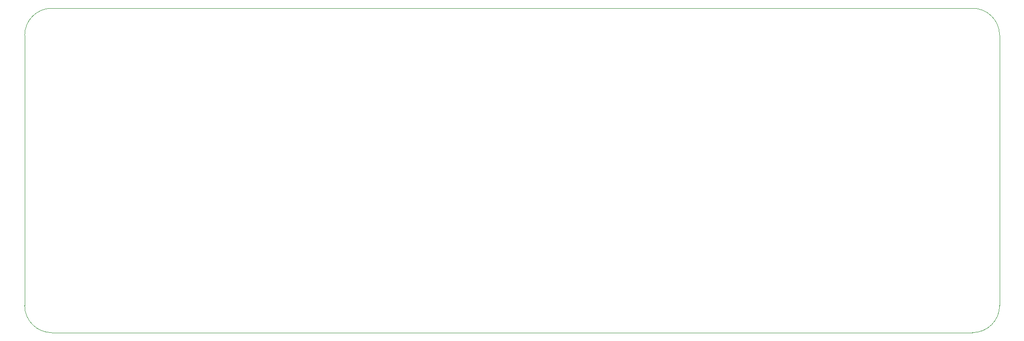
<source format=gbr>
%TF.GenerationSoftware,KiCad,Pcbnew,7.0.9*%
%TF.CreationDate,2024-03-17T17:30:52-07:00*%
%TF.ProjectId,PiEmulator,5069456d-756c-4617-946f-722e6b696361,rev?*%
%TF.SameCoordinates,Original*%
%TF.FileFunction,Profile,NP*%
%FSLAX46Y46*%
G04 Gerber Fmt 4.6, Leading zero omitted, Abs format (unit mm)*
G04 Created by KiCad (PCBNEW 7.0.9) date 2024-03-17 17:30:52*
%MOMM*%
%LPD*%
G01*
G04 APERTURE LIST*
%TA.AperFunction,Profile*%
%ADD10C,0.100000*%
%TD*%
G04 APERTURE END LIST*
D10*
X240411000Y-76445000D02*
X240411000Y-126445000D01*
X65411000Y-71445000D02*
X235411000Y-71445000D01*
X235411000Y-131445000D02*
X65411000Y-131445000D01*
X235411000Y-131445000D02*
G75*
G03*
X240411000Y-126445000I0J5000000D01*
G01*
X240411000Y-76445000D02*
G75*
G03*
X235411000Y-71445000I-5000000J0D01*
G01*
X60411000Y-126445000D02*
G75*
G03*
X65411000Y-131445000I5000000J0D01*
G01*
X65411000Y-71445000D02*
G75*
G03*
X60411000Y-76445000I0J-5000000D01*
G01*
X60411000Y-126445000D02*
X60411000Y-76445000D01*
M02*

</source>
